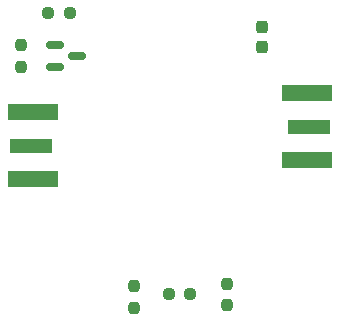
<source format=gbr>
%TF.GenerationSoftware,KiCad,Pcbnew,(6.0.10)*%
%TF.CreationDate,2023-01-04T10:17:45-08:00*%
%TF.ProjectId,attenuator,61747465-6e75-4617-946f-722e6b696361,rev?*%
%TF.SameCoordinates,PX3f52f00PY6dac2c0*%
%TF.FileFunction,Paste,Top*%
%TF.FilePolarity,Positive*%
%FSLAX46Y46*%
G04 Gerber Fmt 4.6, Leading zero omitted, Abs format (unit mm)*
G04 Created by KiCad (PCBNEW (6.0.10)) date 2023-01-04 10:17:45*
%MOMM*%
%LPD*%
G01*
G04 APERTURE LIST*
G04 Aperture macros list*
%AMRoundRect*
0 Rectangle with rounded corners*
0 $1 Rounding radius*
0 $2 $3 $4 $5 $6 $7 $8 $9 X,Y pos of 4 corners*
0 Add a 4 corners polygon primitive as box body*
4,1,4,$2,$3,$4,$5,$6,$7,$8,$9,$2,$3,0*
0 Add four circle primitives for the rounded corners*
1,1,$1+$1,$2,$3*
1,1,$1+$1,$4,$5*
1,1,$1+$1,$6,$7*
1,1,$1+$1,$8,$9*
0 Add four rect primitives between the rounded corners*
20,1,$1+$1,$2,$3,$4,$5,0*
20,1,$1+$1,$4,$5,$6,$7,0*
20,1,$1+$1,$6,$7,$8,$9,0*
20,1,$1+$1,$8,$9,$2,$3,0*%
G04 Aperture macros list end*
%ADD10RoundRect,0.237500X-0.237500X0.250000X-0.237500X-0.250000X0.237500X-0.250000X0.237500X0.250000X0*%
%ADD11RoundRect,0.237500X0.250000X0.237500X-0.250000X0.237500X-0.250000X-0.237500X0.250000X-0.237500X0*%
%ADD12RoundRect,0.150000X-0.587500X-0.150000X0.587500X-0.150000X0.587500X0.150000X-0.587500X0.150000X0*%
%ADD13R,3.600000X1.270000*%
%ADD14R,4.200000X1.350000*%
%ADD15RoundRect,0.237500X-0.237500X0.300000X-0.237500X-0.300000X0.237500X-0.300000X0.237500X0.300000X0*%
G04 APERTURE END LIST*
D10*
%TO.C,R5*%
X11200000Y3512500D03*
X11200000Y1687500D03*
%TD*%
D11*
%TO.C,R4*%
X14087500Y2800000D03*
X15912500Y2800000D03*
%TD*%
D10*
%TO.C,R3*%
X19000000Y3712500D03*
X19000000Y1887500D03*
%TD*%
%TO.C,R2*%
X1600000Y23912500D03*
X1600000Y22087500D03*
%TD*%
D11*
%TO.C,R1*%
X5712500Y26600000D03*
X3887500Y26600000D03*
%TD*%
D12*
%TO.C,Q1*%
X4462500Y23950000D03*
X4462500Y22050000D03*
X6337500Y23000000D03*
%TD*%
D13*
%TO.C,J4*%
X2400000Y15400000D03*
D14*
X2600000Y12575000D03*
X2600000Y18225000D03*
%TD*%
D13*
%TO.C,J3*%
X26000000Y17000000D03*
D14*
X25800000Y19825000D03*
X25800000Y14175000D03*
%TD*%
D15*
%TO.C,C1*%
X22000000Y25462500D03*
X22000000Y23737500D03*
%TD*%
M02*

</source>
